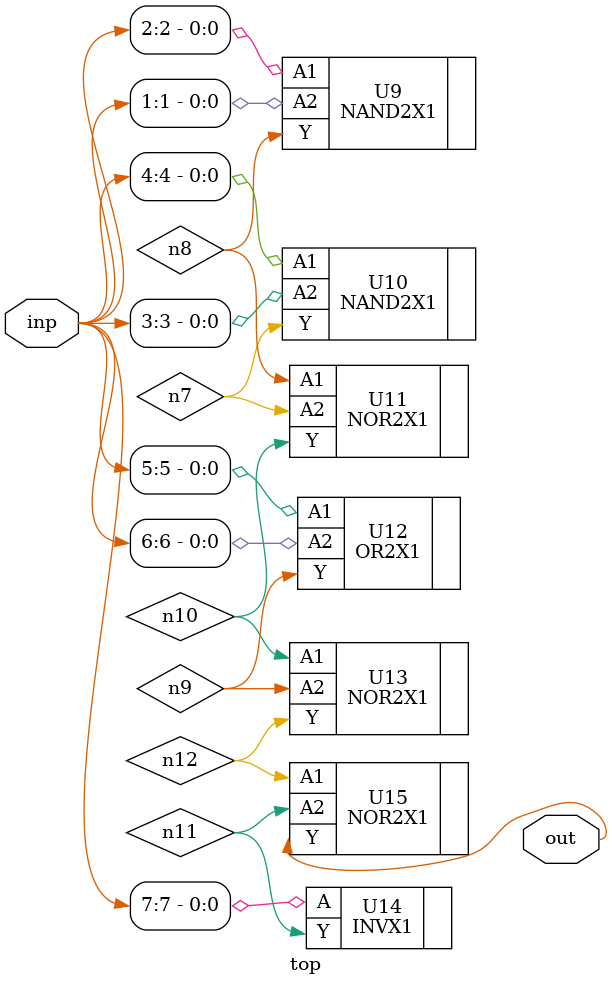
<source format=sv>


module top ( inp, out );
  input [7:0] inp;
  output out;
  wire   n7, n8, n9, n10, n11, n12;

  NAND2X1 U9 ( .A1(inp[2]), .A2(inp[1]), .Y(n8) );
  NAND2X1 U10 ( .A1(inp[4]), .A2(inp[3]), .Y(n7) );
  NOR2X1 U11 ( .A1(n8), .A2(n7), .Y(n10) );
  OR2X1 U12 ( .A1(inp[5]), .A2(inp[6]), .Y(n9) );
  NOR2X1 U13 ( .A1(n10), .A2(n9), .Y(n12) );
  INVX1 U14 ( .A(inp[7]), .Y(n11) );
  NOR2X1 U15 ( .A1(n12), .A2(n11), .Y(out) );
endmodule


</source>
